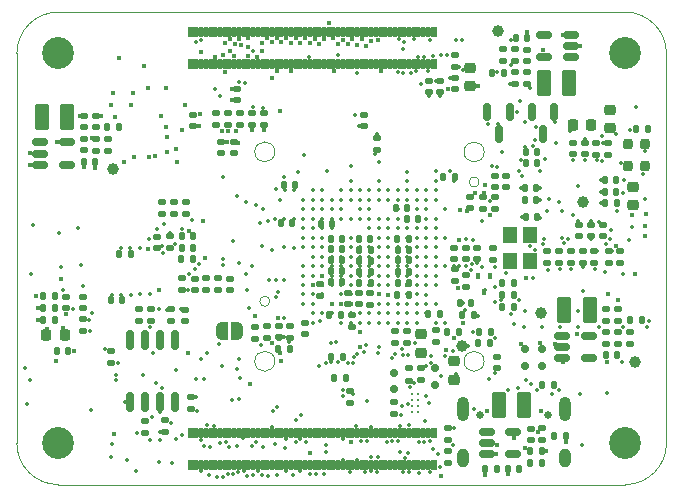
<source format=gbs>
G04 #@! TF.GenerationSoftware,KiCad,Pcbnew,9.0.1+dfsg-1*
G04 #@! TF.CreationDate,2025-07-10T12:54:24+02:00*
G04 #@! TF.ProjectId,ulx5m-gs,756c7835-6d2d-4677-932e-6b696361645f,rev?*
G04 #@! TF.SameCoordinates,Original*
G04 #@! TF.FileFunction,Soldermask,Bot*
G04 #@! TF.FilePolarity,Negative*
%FSLAX46Y46*%
G04 Gerber Fmt 4.6, Leading zero omitted, Abs format (unit mm)*
G04 Created by KiCad (PCBNEW 9.0.1+dfsg-1) date 2025-07-10 12:54:24*
%MOMM*%
%LPD*%
G01*
G04 APERTURE LIST*
G04 Aperture macros list*
%AMRoundRect*
0 Rectangle with rounded corners*
0 $1 Rounding radius*
0 $2 $3 $4 $5 $6 $7 $8 $9 X,Y pos of 4 corners*
0 Add a 4 corners polygon primitive as box body*
4,1,4,$2,$3,$4,$5,$6,$7,$8,$9,$2,$3,0*
0 Add four circle primitives for the rounded corners*
1,1,$1+$1,$2,$3*
1,1,$1+$1,$4,$5*
1,1,$1+$1,$6,$7*
1,1,$1+$1,$8,$9*
0 Add four rect primitives between the rounded corners*
20,1,$1+$1,$2,$3,$4,$5,0*
20,1,$1+$1,$4,$5,$6,$7,0*
20,1,$1+$1,$6,$7,$8,$9,0*
20,1,$1+$1,$8,$9,$2,$3,0*%
%AMFreePoly0*
4,1,23,0.500000,-0.750000,0.000000,-0.750000,0.000000,-0.745722,-0.065263,-0.745722,-0.191342,-0.711940,-0.304381,-0.646677,-0.396677,-0.554381,-0.461940,-0.441342,-0.495722,-0.315263,-0.495722,-0.250000,-0.500000,-0.250000,-0.500000,0.250000,-0.495722,0.250000,-0.495722,0.315263,-0.461940,0.441342,-0.396677,0.554381,-0.304381,0.646677,-0.191342,0.711940,-0.065263,0.745722,0.000000,0.745722,
0.000000,0.750000,0.500000,0.750000,0.500000,-0.750000,0.500000,-0.750000,$1*%
%AMFreePoly1*
4,1,23,0.000000,0.745722,0.065263,0.745722,0.191342,0.711940,0.304381,0.646677,0.396677,0.554381,0.461940,0.441342,0.495722,0.315263,0.495722,0.250000,0.500000,0.250000,0.500000,-0.250000,0.495722,-0.250000,0.495722,-0.315263,0.461940,-0.441342,0.396677,-0.554381,0.304381,-0.646677,0.191342,-0.711940,0.065263,-0.745722,0.000000,-0.745722,0.000000,-0.750000,-0.500000,-0.750000,
-0.500000,0.750000,0.000000,0.750000,0.000000,0.745722,0.000000,0.745722,$1*%
G04 Aperture macros list end*
%ADD10C,2.700000*%
%ADD11C,0.650000*%
%ADD12O,1.000000X1.600000*%
%ADD13O,1.000000X2.100000*%
%ADD14RoundRect,0.135000X0.135000X0.185000X-0.135000X0.185000X-0.135000X-0.185000X0.135000X-0.185000X0*%
%ADD15RoundRect,0.140000X-0.140000X-0.170000X0.140000X-0.170000X0.140000X0.170000X-0.140000X0.170000X0*%
%ADD16RoundRect,0.140000X0.140000X0.170000X-0.140000X0.170000X-0.140000X-0.170000X0.140000X-0.170000X0*%
%ADD17RoundRect,0.140000X-0.170000X0.140000X-0.170000X-0.140000X0.170000X-0.140000X0.170000X0.140000X0*%
%ADD18RoundRect,0.140000X0.170000X-0.140000X0.170000X0.140000X-0.170000X0.140000X-0.170000X-0.140000X0*%
%ADD19RoundRect,0.135000X0.185000X-0.135000X0.185000X0.135000X-0.185000X0.135000X-0.185000X-0.135000X0*%
%ADD20RoundRect,0.135000X-0.135000X-0.185000X0.135000X-0.185000X0.135000X0.185000X-0.135000X0.185000X0*%
%ADD21RoundRect,0.150000X0.200000X-0.150000X0.200000X0.150000X-0.200000X0.150000X-0.200000X-0.150000X0*%
%ADD22RoundRect,0.218750X-0.256250X0.218750X-0.256250X-0.218750X0.256250X-0.218750X0.256250X0.218750X0*%
%ADD23RoundRect,0.250000X-0.375000X-0.850000X0.375000X-0.850000X0.375000X0.850000X-0.375000X0.850000X0*%
%ADD24RoundRect,0.135000X-0.185000X0.135000X-0.185000X-0.135000X0.185000X-0.135000X0.185000X0.135000X0*%
%ADD25FreePoly0,0.000000*%
%ADD26FreePoly1,0.000000*%
%ADD27C,1.000000*%
%ADD28RoundRect,0.102000X0.115000X0.330000X-0.115000X0.330000X-0.115000X-0.330000X0.115000X-0.330000X0*%
%ADD29RoundRect,0.102000X0.175000X0.330000X-0.175000X0.330000X-0.175000X-0.330000X0.175000X-0.330000X0*%
%ADD30RoundRect,0.150000X-0.200000X0.150000X-0.200000X-0.150000X0.200000X-0.150000X0.200000X0.150000X0*%
%ADD31RoundRect,0.218750X0.256250X-0.218750X0.256250X0.218750X-0.256250X0.218750X-0.256250X-0.218750X0*%
%ADD32C,0.226000*%
%ADD33RoundRect,0.150000X-0.512500X-0.150000X0.512500X-0.150000X0.512500X0.150000X-0.512500X0.150000X0*%
%ADD34RoundRect,0.150000X0.512500X0.150000X-0.512500X0.150000X-0.512500X-0.150000X0.512500X-0.150000X0*%
%ADD35RoundRect,0.218750X-0.218750X-0.256250X0.218750X-0.256250X0.218750X0.256250X-0.218750X0.256250X0*%
%ADD36RoundRect,0.150000X-0.150000X0.587500X-0.150000X-0.587500X0.150000X-0.587500X0.150000X0.587500X0*%
%ADD37RoundRect,0.150000X0.150000X-0.675000X0.150000X0.675000X-0.150000X0.675000X-0.150000X-0.675000X0*%
%ADD38RoundRect,0.225000X-0.225000X-0.250000X0.225000X-0.250000X0.225000X0.250000X-0.225000X0.250000X0*%
%ADD39RoundRect,0.225000X0.250000X-0.225000X0.250000X0.225000X-0.250000X0.225000X-0.250000X-0.225000X0*%
%ADD40R,1.200000X1.400000*%
%ADD41RoundRect,0.250000X0.375000X0.850000X-0.375000X0.850000X-0.375000X-0.850000X0.375000X-0.850000X0*%
%ADD42RoundRect,0.100000X0.100000X-0.155000X0.100000X0.155000X-0.100000X0.155000X-0.100000X-0.155000X0*%
%ADD43RoundRect,0.200000X0.200000X0.250000X-0.200000X0.250000X-0.200000X-0.250000X0.200000X-0.250000X0*%
%ADD44C,0.420000*%
%ADD45C,0.450000*%
%ADD46C,0.350000*%
%ADD47C,0.400000*%
G04 #@! TA.AperFunction,Profile*
%ADD48C,0.100000*%
G04 #@! TD*
G04 APERTURE END LIST*
D10*
X62710000Y-93980000D03*
X110710000Y-60980000D03*
D11*
X98410000Y-91618750D03*
X104190000Y-91618750D03*
D12*
X96982000Y-95268750D03*
D13*
X96982000Y-91088750D03*
X105618000Y-91088750D03*
D12*
X105618000Y-95268750D03*
D10*
X110710000Y-93980000D03*
X62710000Y-60980000D03*
D14*
X100430000Y-62620000D03*
X99410000Y-62620000D03*
D15*
X84970000Y-75410000D03*
X85930000Y-75410000D03*
X88210000Y-77610000D03*
X89170000Y-77610000D03*
X91440000Y-77580000D03*
X92400000Y-77580000D03*
D16*
X96610000Y-84550000D03*
X95650000Y-84550000D03*
D17*
X96240000Y-77430000D03*
X96240000Y-78390000D03*
D18*
X110090000Y-83600000D03*
X110090000Y-82640000D03*
D19*
X110310000Y-78700000D03*
X110310000Y-77680000D03*
D20*
X111080000Y-83570000D03*
X112100000Y-83570000D03*
D18*
X73460000Y-83620000D03*
X73460000Y-82660000D03*
X99660000Y-74110000D03*
X99660000Y-73150000D03*
D21*
X94620000Y-87640000D03*
X94620000Y-89040000D03*
D17*
X94670000Y-84410000D03*
X94670000Y-85370000D03*
D20*
X85800000Y-86680000D03*
X86820000Y-86680000D03*
D22*
X109440000Y-65730000D03*
X109440000Y-67305000D03*
D15*
X88210000Y-79460000D03*
X89170000Y-79460000D03*
D17*
X89670000Y-68160000D03*
X89670000Y-69120000D03*
D19*
X95700000Y-95670000D03*
X95700000Y-94650000D03*
D15*
X67140000Y-81840000D03*
X68100000Y-81840000D03*
D19*
X73990000Y-91120000D03*
X73990000Y-90100000D03*
D18*
X95070000Y-64250000D03*
X95070000Y-63290000D03*
X77230000Y-81000000D03*
X77230000Y-80040000D03*
D17*
X64920000Y-68200000D03*
X64920000Y-69160000D03*
D16*
X92270000Y-74040000D03*
X91310000Y-74040000D03*
D17*
X107285000Y-68570000D03*
X107285000Y-69530000D03*
D19*
X103700000Y-93720000D03*
X103700000Y-92700000D03*
D20*
X100270000Y-80410000D03*
X101290000Y-80410000D03*
D16*
X109970000Y-71720000D03*
X109010000Y-71720000D03*
D23*
X105545000Y-82690000D03*
X107695000Y-82690000D03*
D15*
X102680000Y-94680000D03*
X103640000Y-94680000D03*
D24*
X79410000Y-84110000D03*
X79410000Y-85130000D03*
D20*
X100300000Y-82440000D03*
X101320000Y-82440000D03*
D25*
X76580000Y-84510000D03*
D26*
X77880000Y-84510000D03*
D16*
X97650000Y-82150000D03*
X96690000Y-82150000D03*
D17*
X106295000Y-68570000D03*
X106295000Y-69530000D03*
D18*
X77610000Y-69410000D03*
X77610000Y-68450000D03*
D17*
X80400000Y-84070000D03*
X80400000Y-85030000D03*
D15*
X91440000Y-80440000D03*
X92400000Y-80440000D03*
D19*
X80140000Y-67010000D03*
X80140000Y-65990000D03*
D18*
X97540000Y-74060000D03*
X97540000Y-73100000D03*
X96270000Y-80220000D03*
X96270000Y-79260000D03*
D27*
X107130000Y-73590000D03*
D18*
X88590000Y-67160000D03*
X88590000Y-66200000D03*
D15*
X91440000Y-79460000D03*
X92400000Y-79460000D03*
D18*
X65880000Y-67220000D03*
X65880000Y-66260000D03*
D24*
X72230000Y-82610000D03*
X72230000Y-83630000D03*
D18*
X106835000Y-76430000D03*
X106835000Y-75470000D03*
X74300000Y-81000000D03*
X74300000Y-80040000D03*
D17*
X92210000Y-84500000D03*
X92210000Y-85460000D03*
D20*
X104685000Y-93380000D03*
X105705000Y-93380000D03*
D16*
X102410000Y-59640000D03*
X101450000Y-59640000D03*
X109970000Y-72690000D03*
X109010000Y-72690000D03*
D19*
X65910000Y-69210000D03*
X65910000Y-68190000D03*
D17*
X101410000Y-62590000D03*
X101410000Y-63550000D03*
D28*
X94010000Y-93125000D03*
X94010000Y-95835000D03*
X93610000Y-93125000D03*
X93610000Y-95835000D03*
X93210000Y-93125000D03*
X93210000Y-95835000D03*
X92810000Y-93125000D03*
X92810000Y-95835000D03*
X92410000Y-93125000D03*
X92410000Y-95835000D03*
X92010000Y-93125000D03*
X92010000Y-95835000D03*
X91610000Y-93125000D03*
X91610000Y-95835000D03*
X91210000Y-93125000D03*
X91210000Y-95835000D03*
X90810000Y-93125000D03*
X90810000Y-95835000D03*
X90410000Y-93125000D03*
X90410000Y-95835000D03*
X90010000Y-93125000D03*
X90010000Y-95835000D03*
X89610000Y-93125000D03*
X89610000Y-95835000D03*
X89210000Y-93125000D03*
X89210000Y-95835000D03*
X88810000Y-93125000D03*
X88810000Y-95835000D03*
X88410000Y-93125000D03*
X88410000Y-95835000D03*
X88010000Y-93125000D03*
X88010000Y-95835000D03*
X87610000Y-93125000D03*
X87610000Y-95835000D03*
X87210000Y-93125000D03*
X87210000Y-95835000D03*
X86810000Y-93125000D03*
X86810000Y-95835000D03*
X86410000Y-93125000D03*
X86410000Y-95835000D03*
X86010000Y-93125000D03*
X86010000Y-95835000D03*
X85610000Y-93125000D03*
X85610000Y-95835000D03*
X85210000Y-93125000D03*
X85210000Y-95835000D03*
X84810000Y-93125000D03*
X84810000Y-95835000D03*
X84410000Y-93125000D03*
X84410000Y-95835000D03*
X84010000Y-93125000D03*
X84010000Y-95835000D03*
X83610000Y-93125000D03*
X83610000Y-95835000D03*
X83210000Y-93125000D03*
X83210000Y-95835000D03*
X82810000Y-93125000D03*
X82810000Y-95835000D03*
X82410000Y-93125000D03*
X82410000Y-95835000D03*
X82010000Y-93125000D03*
X82010000Y-95835000D03*
X81610000Y-93125000D03*
X81610000Y-95835000D03*
X81210000Y-93125000D03*
X81210000Y-95835000D03*
X80810000Y-93125000D03*
X80810000Y-95835000D03*
X80410000Y-93125000D03*
X80410000Y-95835000D03*
X80010000Y-93125000D03*
X80010000Y-95835000D03*
X79610000Y-93125000D03*
X79610000Y-95835000D03*
X79210000Y-93125000D03*
X79210000Y-95835000D03*
X78810000Y-93125000D03*
X78810000Y-95835000D03*
X78410000Y-93125000D03*
X78410000Y-95835000D03*
X78010000Y-93125000D03*
X78010000Y-95835000D03*
X77610000Y-93125000D03*
X77610000Y-95835000D03*
X77210000Y-93125000D03*
X77210000Y-95835000D03*
X76810000Y-93125000D03*
X76810000Y-95835000D03*
X76410000Y-93125000D03*
X76410000Y-95835000D03*
X76010000Y-93125000D03*
X76010000Y-95835000D03*
X75610000Y-93125000D03*
X75610000Y-95835000D03*
X75210000Y-93125000D03*
X75210000Y-95835000D03*
X74810000Y-93125000D03*
X74810000Y-95835000D03*
X74410000Y-93125000D03*
X74410000Y-95835000D03*
D29*
X94485000Y-93125000D03*
X94485000Y-95835000D03*
X73935000Y-93125000D03*
X73935000Y-95835000D03*
D15*
X88210000Y-78540000D03*
X89170000Y-78540000D03*
D18*
X102380000Y-61610000D03*
X102380000Y-60650000D03*
D17*
X70560000Y-82650000D03*
X70560000Y-83610000D03*
X109275000Y-68580000D03*
X109275000Y-69540000D03*
D14*
X62440000Y-82540000D03*
X61420000Y-82540000D03*
D24*
X66920000Y-68190000D03*
X66920000Y-69210000D03*
D30*
X103650000Y-87417500D03*
X103650000Y-86017500D03*
D24*
X111130000Y-84570000D03*
X111130000Y-85590000D03*
D18*
X67200000Y-87150000D03*
X67200000Y-86190000D03*
X100630000Y-72280000D03*
X100630000Y-71320000D03*
D17*
X77820000Y-64000000D03*
X77820000Y-64960000D03*
D31*
X93420000Y-86347500D03*
X93420000Y-84772500D03*
D18*
X88210000Y-82230000D03*
X88210000Y-81270000D03*
D20*
X85610000Y-83130000D03*
X86630000Y-83130000D03*
D14*
X103692500Y-95690000D03*
X102672500Y-95690000D03*
X62440000Y-81530000D03*
X61420000Y-81530000D03*
D17*
X96270000Y-61150000D03*
X96270000Y-62110000D03*
D18*
X83600000Y-84770000D03*
X83600000Y-83810000D03*
X76230000Y-80990000D03*
X76230000Y-80030000D03*
D31*
X111365000Y-73837500D03*
X111365000Y-72262500D03*
D18*
X89150000Y-82240000D03*
X89150000Y-81280000D03*
D23*
X100002500Y-90770000D03*
X102152500Y-90770000D03*
D16*
X86760000Y-80340000D03*
X85800000Y-80340000D03*
D24*
X92380000Y-87650000D03*
X92380000Y-88670000D03*
D19*
X91110000Y-91530000D03*
X91110000Y-90510000D03*
D23*
X61340000Y-66320000D03*
X63490000Y-66320000D03*
D14*
X82340000Y-86000000D03*
X81320000Y-86000000D03*
D15*
X88180000Y-76690000D03*
X89140000Y-76690000D03*
D31*
X96180000Y-88617500D03*
X96180000Y-87042500D03*
D18*
X108795000Y-76430000D03*
X108795000Y-75470000D03*
D32*
X92660000Y-91350000D03*
X93160000Y-91350000D03*
X92660000Y-90850000D03*
X93160000Y-90850000D03*
X92660000Y-90350000D03*
X93160000Y-90350000D03*
X92660000Y-89850000D03*
X93160000Y-89850000D03*
D16*
X112608750Y-67390000D03*
X111648750Y-67390000D03*
D33*
X98972500Y-94920000D03*
X98972500Y-93970000D03*
X98972500Y-93020000D03*
X101247500Y-93020000D03*
X101247500Y-94920000D03*
D30*
X102200000Y-87407500D03*
X102200000Y-86007500D03*
D14*
X62440000Y-83550000D03*
X61420000Y-83550000D03*
D18*
X94080000Y-64250000D03*
X94080000Y-63290000D03*
D27*
X99940000Y-59120000D03*
D16*
X101270000Y-81390000D03*
X100310000Y-81390000D03*
D24*
X106110000Y-77680000D03*
X106110000Y-78700000D03*
X87590000Y-83140000D03*
X87590000Y-84160000D03*
D34*
X106107500Y-59400000D03*
X106107500Y-60350000D03*
X106107500Y-61300000D03*
X103832500Y-61300000D03*
X103832500Y-59400000D03*
D17*
X91250000Y-84500000D03*
X91250000Y-85460000D03*
D19*
X109320000Y-78710000D03*
X109320000Y-77690000D03*
D18*
X109110000Y-83600000D03*
X109110000Y-82640000D03*
D16*
X86760000Y-77570000D03*
X85800000Y-77570000D03*
D19*
X93390000Y-88660000D03*
X93390000Y-87640000D03*
D15*
X91430000Y-76660000D03*
X92390000Y-76660000D03*
D16*
X86770000Y-76650000D03*
X85810000Y-76650000D03*
D18*
X96290000Y-64000000D03*
X96290000Y-63040000D03*
D15*
X102235000Y-73360000D03*
X103195000Y-73360000D03*
D33*
X105400000Y-86790000D03*
X105400000Y-85840000D03*
X105400000Y-84890000D03*
X107675000Y-84890000D03*
X107675000Y-86790000D03*
D19*
X70070000Y-93110000D03*
X70070000Y-92090000D03*
D24*
X69560000Y-82610000D03*
X69560000Y-83630000D03*
D16*
X99832500Y-96180000D03*
X98872500Y-96180000D03*
D14*
X95070000Y-83060000D03*
X94050000Y-83060000D03*
D35*
X106272500Y-67060000D03*
X107847500Y-67060000D03*
D17*
X102702500Y-92750000D03*
X102702500Y-93710000D03*
D15*
X102235000Y-72360000D03*
X103195000Y-72360000D03*
D14*
X99350000Y-84530000D03*
X98330000Y-84530000D03*
D27*
X96910000Y-85730000D03*
D15*
X91440000Y-78500000D03*
X92400000Y-78500000D03*
D16*
X82750000Y-72120000D03*
X81790000Y-72120000D03*
D18*
X64900000Y-67220000D03*
X64900000Y-66260000D03*
D36*
X102810000Y-65902500D03*
X104710000Y-65902500D03*
X103760000Y-67777500D03*
D18*
X72160000Y-77410000D03*
X72160000Y-76450000D03*
D24*
X101390000Y-60600000D03*
X101390000Y-61620000D03*
D36*
X99050000Y-65962500D03*
X100950000Y-65962500D03*
X100000000Y-67837500D03*
D19*
X98670000Y-74120000D03*
X98670000Y-73100000D03*
D24*
X107110000Y-77680000D03*
X107110000Y-78700000D03*
D37*
X72620000Y-90460000D03*
X71350000Y-90460000D03*
X70080000Y-90460000D03*
X68810000Y-90460000D03*
X68810000Y-85210000D03*
X70080000Y-85210000D03*
X71350000Y-85210000D03*
X72620000Y-85210000D03*
D15*
X102315000Y-69290000D03*
X103275000Y-69290000D03*
D16*
X86760000Y-78490000D03*
X85800000Y-78490000D03*
X96280000Y-71430000D03*
X95320000Y-71430000D03*
D17*
X64830000Y-83500000D03*
X64830000Y-84460000D03*
D19*
X75230000Y-81020000D03*
X75230000Y-80000000D03*
D16*
X68850000Y-77960000D03*
X67890000Y-77960000D03*
D38*
X61710000Y-84820000D03*
X63260000Y-84820000D03*
D16*
X63560000Y-86130000D03*
X62600000Y-86130000D03*
D15*
X102315000Y-70290000D03*
X103275000Y-70290000D03*
D18*
X74140000Y-67120000D03*
X74140000Y-66160000D03*
D24*
X99560000Y-77420000D03*
X99560000Y-78440000D03*
D19*
X87410000Y-90540000D03*
X87410000Y-89520000D03*
D20*
X86060000Y-88480000D03*
X87080000Y-88480000D03*
D18*
X63360000Y-82550000D03*
X63360000Y-81590000D03*
D15*
X92230000Y-75010000D03*
X93190000Y-75010000D03*
D14*
X97890000Y-83130000D03*
X96870000Y-83130000D03*
D19*
X78130000Y-67020000D03*
X78130000Y-66000000D03*
D17*
X99870000Y-86650000D03*
X99870000Y-87610000D03*
D15*
X102305000Y-74820000D03*
X103265000Y-74820000D03*
D24*
X105110000Y-77690000D03*
X105110000Y-78710000D03*
D39*
X97550000Y-63725000D03*
X97550000Y-62175000D03*
D18*
X64830000Y-82540000D03*
X64830000Y-81580000D03*
D19*
X100380000Y-61620000D03*
X100380000Y-60600000D03*
D40*
X102650000Y-76330000D03*
X102650000Y-78530000D03*
X100950000Y-78530000D03*
X100950000Y-76330000D03*
D14*
X99240000Y-85520000D03*
X98220000Y-85520000D03*
D19*
X110120000Y-85590000D03*
X110120000Y-84570000D03*
D28*
X94010000Y-59125000D03*
X94010000Y-61835000D03*
X93610000Y-59125000D03*
X93610000Y-61835000D03*
X93210000Y-59125000D03*
X93210000Y-61835000D03*
X92810000Y-59125000D03*
X92810000Y-61835000D03*
X92410000Y-59125000D03*
X92410000Y-61835000D03*
X92010000Y-59125000D03*
X92010000Y-61835000D03*
X91610000Y-59125000D03*
X91610000Y-61835000D03*
X91210000Y-59125000D03*
X91210000Y-61835000D03*
X90810000Y-59125000D03*
X90810000Y-61835000D03*
X90410000Y-59125000D03*
X90410000Y-61835000D03*
X90010000Y-59125000D03*
X90010000Y-61835000D03*
X89610000Y-59125000D03*
X89610000Y-61835000D03*
X89210000Y-59125000D03*
X89210000Y-61835000D03*
X88810000Y-59125000D03*
X88810000Y-61835000D03*
X88410000Y-59125000D03*
X88410000Y-61835000D03*
X88010000Y-59125000D03*
X88010000Y-61835000D03*
X87610000Y-59125000D03*
X87610000Y-61835000D03*
X87210000Y-59125000D03*
X87210000Y-61835000D03*
X86810000Y-59125000D03*
X86810000Y-61835000D03*
X86410000Y-59125000D03*
X86410000Y-61835000D03*
X86010000Y-59125000D03*
X86010000Y-61835000D03*
X85610000Y-59125000D03*
X85610000Y-61835000D03*
X85210000Y-59125000D03*
X85210000Y-61835000D03*
X84810000Y-59125000D03*
X84810000Y-61835000D03*
X84410000Y-59125000D03*
X84410000Y-61835000D03*
X84010000Y-59125000D03*
X84010000Y-61835000D03*
X83610000Y-59125000D03*
X83610000Y-61835000D03*
X83210000Y-59125000D03*
X83210000Y-61835000D03*
X82810000Y-59125000D03*
X82810000Y-61835000D03*
X82410000Y-59125000D03*
X82410000Y-61835000D03*
X82010000Y-59125000D03*
X82010000Y-61835000D03*
X81610000Y-59125000D03*
X81610000Y-61835000D03*
X81210000Y-59125000D03*
X81210000Y-61835000D03*
X80810000Y-59125000D03*
X80810000Y-61835000D03*
X80410000Y-59125000D03*
X80410000Y-61835000D03*
X80010000Y-59125000D03*
X80010000Y-61835000D03*
X79610000Y-59125000D03*
X79610000Y-61835000D03*
X79210000Y-59125000D03*
X79210000Y-61835000D03*
X78810000Y-59125000D03*
X78810000Y-61835000D03*
X78410000Y-59125000D03*
X78410000Y-61835000D03*
X78010000Y-59125000D03*
X78010000Y-61835000D03*
X77610000Y-59125000D03*
X77610000Y-61835000D03*
X77210000Y-59125000D03*
X77210000Y-61835000D03*
X76810000Y-59125000D03*
X76810000Y-61835000D03*
X76410000Y-59125000D03*
X76410000Y-61835000D03*
X76010000Y-59125000D03*
X76010000Y-61835000D03*
X75610000Y-59125000D03*
X75610000Y-61835000D03*
X75210000Y-59125000D03*
X75210000Y-61835000D03*
X74810000Y-59125000D03*
X74810000Y-61835000D03*
X74410000Y-59125000D03*
X74410000Y-61835000D03*
D29*
X94485000Y-59125000D03*
X94485000Y-61835000D03*
X73935000Y-59125000D03*
X73935000Y-61835000D03*
D41*
X105955000Y-63490000D03*
X103805000Y-63490000D03*
D17*
X109130000Y-84580000D03*
X109130000Y-85540000D03*
D18*
X99650000Y-72280000D03*
X99650000Y-71320000D03*
X87250000Y-82200000D03*
X87250000Y-81240000D03*
D24*
X76110000Y-66010000D03*
X76110000Y-67030000D03*
D17*
X97220000Y-77430000D03*
X97220000Y-78390000D03*
D42*
X98280000Y-79845000D03*
X99280000Y-79845000D03*
X98780000Y-81135000D03*
D19*
X79130000Y-67010000D03*
X79130000Y-65990000D03*
D20*
X66870000Y-67190000D03*
X67890000Y-67190000D03*
D15*
X88210000Y-80380000D03*
X89170000Y-80380000D03*
D30*
X91140000Y-89420000D03*
X91140000Y-88020000D03*
D27*
X103620000Y-82940000D03*
D24*
X71500000Y-73580000D03*
X71500000Y-74600000D03*
D15*
X109100000Y-86550000D03*
X110060000Y-86550000D03*
D17*
X102400000Y-62590000D03*
X102400000Y-63550000D03*
X98200000Y-77430000D03*
X98200000Y-78390000D03*
D19*
X73510000Y-74600000D03*
X73510000Y-73580000D03*
D16*
X86760000Y-79420000D03*
X85800000Y-79420000D03*
D43*
X112383750Y-68635000D03*
X112383750Y-70485000D03*
X110933750Y-70485000D03*
X110933750Y-68635000D03*
D18*
X76510000Y-69410000D03*
X76510000Y-68450000D03*
D16*
X109980000Y-73660000D03*
X109020000Y-73660000D03*
D18*
X71050000Y-77450000D03*
X71050000Y-76490000D03*
D17*
X108285000Y-68580000D03*
X108285000Y-69540000D03*
D19*
X108110000Y-78700000D03*
X108110000Y-77680000D03*
D24*
X71790000Y-92050000D03*
X71790000Y-93070000D03*
X104110000Y-77690000D03*
X104110000Y-78710000D03*
D18*
X73180000Y-80990000D03*
X73180000Y-80030000D03*
D17*
X82360000Y-84070000D03*
X82360000Y-85030000D03*
D19*
X95730000Y-93730000D03*
X95730000Y-92710000D03*
D33*
X61190000Y-70410000D03*
X61190000Y-69460000D03*
X61190000Y-68510000D03*
X63465000Y-68510000D03*
X63465000Y-70410000D03*
D27*
X67335000Y-70730000D03*
D16*
X82510000Y-75320000D03*
X81550000Y-75320000D03*
X92390000Y-81430000D03*
X91430000Y-81430000D03*
X74140000Y-76470000D03*
X73180000Y-76470000D03*
D18*
X107815000Y-76430000D03*
X107815000Y-75470000D03*
D14*
X104670000Y-89070000D03*
X103650000Y-89070000D03*
D17*
X84860000Y-80540000D03*
X84860000Y-81500000D03*
D16*
X74150000Y-77450000D03*
X73190000Y-77450000D03*
X74100000Y-78410000D03*
X73140000Y-78410000D03*
D15*
X64890000Y-70170000D03*
X65850000Y-70170000D03*
D27*
X111570000Y-87070000D03*
D24*
X97260000Y-79730000D03*
X97260000Y-80750000D03*
D19*
X72500000Y-74610000D03*
X72500000Y-73590000D03*
X77110000Y-67030000D03*
X77110000Y-66010000D03*
D16*
X101732500Y-96190000D03*
X100772500Y-96190000D03*
D17*
X81380000Y-84060000D03*
X81380000Y-85020000D03*
D44*
X77230000Y-59720000D03*
D45*
X99740000Y-94890000D03*
D44*
X78150000Y-60230000D03*
D45*
X101280000Y-93500000D03*
X103590000Y-91240000D03*
X70365000Y-69735000D03*
D44*
X77660000Y-60170000D03*
X78810000Y-59700000D03*
X76820000Y-60080000D03*
D45*
X72685000Y-69055000D03*
X102390000Y-59180000D03*
X105430000Y-87130000D03*
X106610000Y-84760000D03*
X60280000Y-70430000D03*
X70945000Y-69635000D03*
X72775000Y-70160000D03*
X62650000Y-68490000D03*
X105410000Y-59410000D03*
X102240000Y-94350000D03*
D44*
X78030000Y-59760000D03*
D45*
X109160000Y-87120000D03*
X99000000Y-91230000D03*
X64900000Y-70610000D03*
X103750000Y-60710000D03*
D46*
X92260000Y-78980000D03*
D45*
X64520000Y-66290000D03*
D46*
X77060000Y-96560000D03*
D45*
X109300000Y-81340000D03*
D46*
X105111250Y-73551250D03*
D45*
X103470000Y-85520000D03*
D46*
X87460000Y-80580000D03*
X80524601Y-80180240D03*
X89060000Y-78180000D03*
X90660000Y-79780000D03*
X91460000Y-75780000D03*
X87460000Y-76580000D03*
X95470000Y-86620000D03*
D45*
X100760000Y-96600000D03*
D46*
X90660000Y-78980000D03*
D45*
X104780000Y-85590000D03*
D46*
X68370000Y-90490000D03*
X87870000Y-66180000D03*
D45*
X70005000Y-62025000D03*
D46*
X83980000Y-61250000D03*
X68020000Y-77480000D03*
D45*
X75130000Y-78310000D03*
D46*
X96980000Y-82150000D03*
X72350000Y-95660000D03*
X87460000Y-77380000D03*
X97860000Y-76800000D03*
D45*
X71795000Y-63865000D03*
D46*
X105200000Y-84130000D03*
X91570000Y-59740000D03*
X81060000Y-74980000D03*
X87460000Y-79780000D03*
X101310000Y-83890000D03*
D45*
X81380000Y-85140000D03*
D46*
X107060000Y-94120000D03*
D45*
X63080000Y-84210000D03*
D46*
X94220000Y-59850000D03*
X84915000Y-83635000D03*
X86810000Y-89460000D03*
X92360000Y-86540000D03*
X110120000Y-84570000D03*
X92260000Y-78180000D03*
X101020000Y-61970000D03*
D44*
X77910000Y-68590000D03*
D46*
X68040000Y-81390000D03*
X97020000Y-62410000D03*
D45*
X80830000Y-85520000D03*
D46*
X88860000Y-90410000D03*
X86260000Y-85380000D03*
X90660000Y-76580000D03*
X91610000Y-92520000D03*
X99410000Y-70540000D03*
X64410000Y-75790000D03*
X72190000Y-76160000D03*
X100220000Y-81820000D03*
X93760000Y-92070000D03*
X62800000Y-76190000D03*
D45*
X65830000Y-70640000D03*
D46*
X71360000Y-93050000D03*
X92950000Y-85510000D03*
X73220000Y-75880000D03*
X81990000Y-93590000D03*
X88260000Y-74980000D03*
X81860000Y-84980000D03*
X103070000Y-77660000D03*
X92050000Y-95220000D03*
X69650000Y-81380000D03*
X86660000Y-81380000D03*
X107275000Y-69980000D03*
X78430000Y-96330000D03*
X96610000Y-62140000D03*
X79430000Y-93850000D03*
X63080000Y-81020000D03*
D44*
X85600000Y-58360000D03*
D46*
X65510000Y-91140000D03*
X92440000Y-92460000D03*
X105322500Y-76630000D03*
X104260000Y-73310000D03*
D44*
X74800000Y-60870000D03*
D46*
X103485000Y-73390000D03*
X104540000Y-89800000D03*
X76950000Y-93850000D03*
X99820000Y-70630000D03*
X85230000Y-96550000D03*
X89490000Y-69510000D03*
X98200000Y-78730000D03*
X85860000Y-77380000D03*
X106310000Y-74680000D03*
X87460000Y-78180000D03*
X85860000Y-80580000D03*
X88260000Y-81380000D03*
D45*
X73215000Y-67435000D03*
D46*
X91460000Y-81380000D03*
X89060000Y-79780000D03*
X90660000Y-82980000D03*
X94000000Y-62460000D03*
D45*
X103330000Y-93000000D03*
D46*
X108655000Y-72690000D03*
X85860000Y-78180000D03*
X95910000Y-63030000D03*
X108665000Y-71710000D03*
X74250000Y-79270000D03*
X91460000Y-74180000D03*
X89060000Y-76580000D03*
X87970000Y-62650000D03*
X95850000Y-70930000D03*
X89860000Y-70180000D03*
X92260000Y-76580000D03*
D45*
X96660000Y-76810000D03*
D44*
X79580000Y-61240000D03*
D46*
X81859990Y-74980000D03*
X82260000Y-85380000D03*
X85860000Y-75780000D03*
X94730000Y-63280000D03*
D44*
X82420000Y-62450000D03*
X81200000Y-62450000D03*
D46*
X94660000Y-71780000D03*
X96259992Y-78980000D03*
X96660000Y-78980000D03*
D45*
X110080000Y-81840000D03*
D46*
X81889817Y-72581197D03*
X112520000Y-84120000D03*
X93460000Y-63560000D03*
X108295000Y-69990000D03*
X110430000Y-87130000D03*
X83210000Y-96340000D03*
X111125000Y-67493240D03*
D45*
X96210000Y-85110000D03*
D46*
X78390000Y-93560000D03*
D45*
X70295000Y-63865000D03*
D46*
X109611760Y-77683002D03*
X85860000Y-78980000D03*
X104067500Y-74337500D03*
X111610000Y-65540000D03*
X105090000Y-89450000D03*
X71270000Y-95610000D03*
X88000000Y-95380000D03*
X107815000Y-75180000D03*
X88260000Y-74180000D03*
X108530000Y-84150000D03*
X94660000Y-79780000D03*
X89060000Y-74180000D03*
X69630000Y-77470000D03*
X82610000Y-96690000D03*
X102890000Y-68780000D03*
X108765000Y-70120000D03*
D44*
X74710000Y-66120000D03*
D46*
X66660000Y-85990000D03*
D45*
X88260000Y-85820000D03*
D46*
X81800000Y-71410000D03*
X76450000Y-93960000D03*
X71480000Y-89340000D03*
D44*
X87610000Y-59770000D03*
D46*
X89180000Y-92600000D03*
X80810000Y-92620000D03*
X89060000Y-74980000D03*
X102660000Y-63870000D03*
X89060000Y-77380000D03*
X99270000Y-73460000D03*
X81860000Y-80180000D03*
D47*
X92280000Y-80600000D03*
D46*
X90530000Y-93850000D03*
X87920000Y-92560000D03*
D45*
X98000000Y-72820000D03*
X65610000Y-68150000D03*
D46*
X60420000Y-79660000D03*
D44*
X81220000Y-59640000D03*
D46*
X112250000Y-71150000D03*
X92270000Y-70990000D03*
X100290000Y-69290000D03*
D45*
X98860000Y-96640000D03*
D46*
X76610000Y-87430000D03*
X89060000Y-78980000D03*
X74800000Y-93730000D03*
X96160000Y-94090000D03*
X71620000Y-77890000D03*
X93850000Y-90000000D03*
X93060000Y-74980000D03*
X95460000Y-83780000D03*
D44*
X82410000Y-60060000D03*
D46*
X89700000Y-96450000D03*
D44*
X76980000Y-68450000D03*
D46*
X84050000Y-96570000D03*
X90660000Y-80580000D03*
X85860000Y-74180000D03*
X99730000Y-88030000D03*
X89210000Y-96330000D03*
X85860000Y-79780000D03*
X81860000Y-77380000D03*
D45*
X101880000Y-85570000D03*
D46*
X70420000Y-76700000D03*
X72660000Y-87760000D03*
X85860000Y-76580000D03*
X67210000Y-95130000D03*
X93270000Y-96490000D03*
X105400000Y-74290000D03*
X90660000Y-77380000D03*
X60110000Y-90660000D03*
D44*
X83610000Y-59670000D03*
D45*
X96710000Y-74210000D03*
D46*
X108480000Y-75210000D03*
X82010000Y-96350000D03*
X106910000Y-89830000D03*
X103465000Y-72340000D03*
X94660000Y-80580000D03*
D44*
X90080000Y-62470000D03*
D46*
X85060000Y-81380000D03*
X110560000Y-84120000D03*
X68550000Y-95440000D03*
X86810000Y-95410000D03*
D45*
X77390000Y-64920000D03*
D46*
X64650000Y-78880000D03*
X75470000Y-96680000D03*
D45*
X66350000Y-66310000D03*
D46*
X108331760Y-77691263D03*
D44*
X86020000Y-62470000D03*
D46*
X92810000Y-59720000D03*
D45*
X71405000Y-66275000D03*
X106900000Y-60340000D03*
D46*
X103490000Y-70950000D03*
X91460000Y-74980000D03*
X103660000Y-84120000D03*
D45*
X99820000Y-94130000D03*
D46*
X89060000Y-81380000D03*
D45*
X67365000Y-64325000D03*
D46*
X82830000Y-93870000D03*
X87480000Y-70500000D03*
X64810000Y-80690000D03*
D44*
X80000000Y-60080000D03*
D46*
X89060000Y-75780000D03*
X106700000Y-84130000D03*
X79610000Y-96340000D03*
X69310000Y-96340000D03*
X103910000Y-69950000D03*
X92260000Y-77380000D03*
X91460000Y-82980000D03*
X73140000Y-82650000D03*
X81275000Y-96665000D03*
X108635000Y-73660000D03*
X100950000Y-63590000D03*
X89060000Y-80580000D03*
X74830000Y-96360000D03*
X101060000Y-59870000D03*
X71110000Y-75870000D03*
X62920000Y-79040000D03*
X81185000Y-80180000D03*
X91470000Y-62540000D03*
X95150000Y-88250000D03*
X60600000Y-75510000D03*
X92260000Y-79780000D03*
D47*
X90640000Y-81400000D03*
D46*
X65430000Y-84460000D03*
X92300000Y-94810000D03*
D45*
X60330000Y-69440000D03*
D46*
X102107500Y-84137500D03*
D45*
X71835000Y-67205000D03*
X62530000Y-86990000D03*
D46*
X86785000Y-93635000D03*
D45*
X104010000Y-94660000D03*
D46*
X106285000Y-69980000D03*
X106730000Y-75200000D03*
D45*
X73435000Y-65305000D03*
D46*
X85860000Y-74980000D03*
X70520000Y-84100000D03*
X91810000Y-90790000D03*
X73770000Y-79670000D03*
X103523481Y-74881519D03*
X87460000Y-81380000D03*
X93020000Y-62490000D03*
X87460000Y-78980000D03*
X90660000Y-78180000D03*
X94660000Y-72580000D03*
X97910000Y-91050000D03*
X106717500Y-72167500D03*
X83210000Y-93600000D03*
D44*
X89750000Y-59870000D03*
D45*
X69155000Y-69735000D03*
X68905001Y-65337000D03*
D46*
X91460000Y-78980000D03*
X88260000Y-77380000D03*
X89670000Y-67800000D03*
X89860000Y-79780000D03*
X88260000Y-76580000D03*
D45*
X74650000Y-67130000D03*
D46*
X88260000Y-79780000D03*
X91460000Y-78180000D03*
X86660000Y-76580000D03*
X96365000Y-88135000D03*
X89860000Y-78980000D03*
X86660000Y-77380000D03*
X86660000Y-78180000D03*
X99200000Y-88520000D03*
X88260000Y-78180000D03*
D45*
X97330000Y-74280000D03*
D46*
X88200000Y-67160000D03*
X86660000Y-79780000D03*
X89860000Y-77380000D03*
X98290000Y-83190000D03*
X88260000Y-78980000D03*
X89860000Y-76580000D03*
X88260000Y-80580000D03*
D45*
X73770000Y-76050000D03*
D46*
X86660000Y-80580000D03*
X89860000Y-78180000D03*
X99170000Y-85520000D03*
X89860000Y-80580000D03*
X94080000Y-64540000D03*
X86660000Y-78980000D03*
X95060000Y-64540000D03*
X99720000Y-81990000D03*
X91460000Y-79780000D03*
X91460000Y-77380000D03*
D45*
X98830000Y-72140000D03*
X69050000Y-64290000D03*
D46*
X91460000Y-80580000D03*
X93500000Y-86250000D03*
X91460000Y-76580000D03*
X99720000Y-85110000D03*
X97170000Y-82690000D03*
X94660000Y-82180000D03*
X94660000Y-83780000D03*
X97380000Y-85790000D03*
X101740000Y-81830000D03*
X91840000Y-85980000D03*
D45*
X95520000Y-86120000D03*
D46*
X69920000Y-88190000D03*
X70670000Y-91770000D03*
X99840000Y-62540000D03*
D45*
X112450000Y-74580000D03*
X73730000Y-86310000D03*
X112410000Y-75590000D03*
X98775000Y-72805000D03*
X111275000Y-74620000D03*
D46*
X107835000Y-76720000D03*
X74440000Y-91240000D03*
X71890000Y-82660000D03*
X99060000Y-66950000D03*
D44*
X76700000Y-61070000D03*
D46*
X103720493Y-77133240D03*
X105510000Y-77070000D03*
X70740000Y-86340000D03*
X95630000Y-61150000D03*
D45*
X112410000Y-76460000D03*
D46*
X98610000Y-79040000D03*
X97620000Y-79310000D03*
X67630000Y-88190000D03*
D44*
X76800000Y-62570000D03*
D46*
X72680000Y-93620000D03*
X102010000Y-71340000D03*
X109060000Y-77110000D03*
X67570000Y-88630000D03*
D45*
X99310000Y-74630000D03*
D46*
X69350000Y-93110000D03*
D45*
X60980000Y-82540000D03*
D46*
X97260000Y-76690000D03*
D45*
X102350000Y-79950000D03*
D46*
X75060000Y-88560000D03*
X98580000Y-75180000D03*
X79850000Y-85689300D03*
X67740000Y-87150000D03*
X92260000Y-83780000D03*
X94080000Y-90540000D03*
X91725000Y-91570000D03*
D45*
X87530000Y-93870000D03*
D46*
X91680000Y-94700000D03*
X107140000Y-81100000D03*
D45*
X84010000Y-94780000D03*
D46*
X102670000Y-77260000D03*
D45*
X60820000Y-81540000D03*
D46*
X97790000Y-84540000D03*
D45*
X105690000Y-93840000D03*
D46*
X106040000Y-67530000D03*
X105835000Y-76650000D03*
D45*
X81590000Y-87000000D03*
D46*
X110060000Y-74330000D03*
X101975000Y-74850000D03*
D45*
X78920000Y-88930000D03*
D46*
X78015000Y-90255000D03*
X101935000Y-72340000D03*
X102250000Y-68890000D03*
X101926350Y-70008920D03*
X109525000Y-75940000D03*
X103835000Y-76660000D03*
X112760000Y-83610000D03*
X77960000Y-96380000D03*
X77520000Y-96590000D03*
X79210000Y-96690000D03*
X78680000Y-96740000D03*
X80450000Y-96760000D03*
X80000000Y-96660000D03*
X76660000Y-96800000D03*
X76190000Y-96830000D03*
X89780000Y-95160000D03*
X89170000Y-95160000D03*
X92390000Y-96400000D03*
X91900000Y-96430000D03*
X74390000Y-88580000D03*
X74830000Y-86860000D03*
X107305000Y-68220000D03*
X104815000Y-68570000D03*
D45*
X67205000Y-65375000D03*
X71925000Y-69330000D03*
D46*
X99690000Y-80750000D03*
X76300000Y-85590000D03*
X78060000Y-88480000D03*
X71000000Y-88890000D03*
X75310000Y-86360000D03*
X84260000Y-81380000D03*
X74390000Y-90040000D03*
X83460000Y-81380000D03*
X78010000Y-63390000D03*
X94660000Y-77380000D03*
X78560000Y-63440000D03*
X93860000Y-77380000D03*
X86630000Y-83820000D03*
D47*
X87465000Y-82175000D03*
X89060000Y-82190000D03*
D46*
X88280000Y-82190000D03*
D47*
X86670000Y-82190000D03*
X88260000Y-84580000D03*
D45*
X81450000Y-86340000D03*
X96560000Y-80820000D03*
D47*
X89875000Y-81365000D03*
D46*
X93060000Y-82980000D03*
X93060000Y-83780000D03*
X92260000Y-81380000D03*
D45*
X97000000Y-83800000D03*
D46*
X90660000Y-82180000D03*
X81250000Y-90940000D03*
X77860000Y-94180000D03*
X77130000Y-94300000D03*
X80910000Y-91250000D03*
X89860000Y-82180000D03*
X80010000Y-94310000D03*
X92260000Y-82980000D03*
X93060000Y-82180000D03*
X79160000Y-94220000D03*
X81900000Y-94420000D03*
X93060000Y-81380000D03*
X93860000Y-82180000D03*
X81040000Y-94020000D03*
X91460000Y-82180000D03*
X75520000Y-94330000D03*
X75040000Y-94210000D03*
X92260000Y-82180000D03*
X110595000Y-71680000D03*
X102265000Y-66785000D03*
X104750000Y-66760000D03*
X91940000Y-62600000D03*
X101695603Y-70928446D03*
X92550000Y-62620000D03*
X93660000Y-61240000D03*
X93180000Y-61250000D03*
X85410000Y-94105000D03*
X85410000Y-94695000D03*
X91880000Y-86480000D03*
D44*
X81590000Y-60030000D03*
D46*
X85060000Y-72580000D03*
D44*
X80410000Y-59660000D03*
X81530000Y-65860000D03*
X82820000Y-59670000D03*
D46*
X89860000Y-72580000D03*
D44*
X84010000Y-60120000D03*
D46*
X92260000Y-72580000D03*
D44*
X86010000Y-59710000D03*
X81990000Y-59690000D03*
D46*
X85860000Y-73380000D03*
D44*
X86800000Y-59800000D03*
D46*
X89060000Y-72580000D03*
D44*
X83210000Y-60070000D03*
X85220000Y-59740000D03*
D46*
X86660000Y-73380000D03*
X87459995Y-73379995D03*
D44*
X86420000Y-60180000D03*
D46*
X91460000Y-73380000D03*
X87460000Y-72580000D03*
D44*
X89220000Y-59920000D03*
X84810000Y-60170000D03*
D46*
X88260000Y-72580000D03*
X112350000Y-73270000D03*
X101820000Y-64980000D03*
X93060000Y-72580000D03*
X111300000Y-75710000D03*
X86660000Y-72580000D03*
X90660000Y-72580000D03*
X89060000Y-73380000D03*
D44*
X88020000Y-60240000D03*
X88400000Y-59750000D03*
X88800000Y-60340000D03*
D46*
X88260000Y-73380000D03*
X92260000Y-73380000D03*
X93060000Y-73380000D03*
X108970000Y-79460000D03*
X108130000Y-79250000D03*
X101590000Y-65970000D03*
X78900000Y-82500000D03*
X81140000Y-81630000D03*
X71290000Y-91370000D03*
X81310000Y-81193760D03*
X73220000Y-93300000D03*
X77430000Y-90330000D03*
X93260000Y-93900000D03*
X94850000Y-94860000D03*
X92500000Y-89260000D03*
X102706777Y-89006777D03*
X102353223Y-88653223D03*
X94473223Y-94443223D03*
X92850000Y-88920000D03*
X93710000Y-93860000D03*
X107120000Y-79090000D03*
X106150000Y-79200000D03*
X105180000Y-79220000D03*
X94660000Y-74980000D03*
X104220000Y-79290000D03*
X93860000Y-74980000D03*
X111020000Y-76780000D03*
X93860000Y-73380000D03*
X110338750Y-70290000D03*
X109470000Y-76730000D03*
X93860000Y-72580000D03*
X93860000Y-74180000D03*
X110550000Y-72830000D03*
X91990000Y-60030000D03*
X91930000Y-60630000D03*
X95100000Y-61110000D03*
X94440000Y-61220000D03*
X109180000Y-89750000D03*
X108835000Y-68580000D03*
X103120000Y-68330000D03*
X108750000Y-67940000D03*
X84260000Y-82980000D03*
D44*
X79390000Y-83220000D03*
D46*
X96920000Y-59840000D03*
X103180000Y-67180000D03*
X96380000Y-59880000D03*
X99980000Y-66940000D03*
D45*
X71945000Y-68035000D03*
X67545000Y-66365000D03*
D46*
X75990000Y-64020000D03*
X74410000Y-60050000D03*
X80070000Y-65560000D03*
D44*
X79990000Y-60770000D03*
D46*
X76370000Y-64620000D03*
X74830000Y-59810000D03*
D44*
X80840000Y-63060000D03*
D46*
X90660000Y-73380000D03*
D44*
X80810000Y-60010000D03*
X87230000Y-60200000D03*
D46*
X93860000Y-76580000D03*
D44*
X76000000Y-61240000D03*
D45*
X67430000Y-93160000D03*
X77740000Y-67530000D03*
X95080000Y-96790000D03*
X77460000Y-64030000D03*
X79160000Y-67460000D03*
X98260000Y-63750000D03*
X64030000Y-86150000D03*
X109950000Y-77240000D03*
X68310000Y-70200000D03*
X76540000Y-67570000D03*
X80110000Y-67450000D03*
X67870000Y-61360000D03*
X60980000Y-83540000D03*
D46*
X109960000Y-67760000D03*
X112350000Y-69210000D03*
D45*
X95750000Y-64020000D03*
D44*
X77230000Y-60790000D03*
X78790000Y-60430000D03*
D46*
X92300000Y-90680000D03*
D44*
X77600000Y-61220000D03*
D45*
X61780000Y-84340000D03*
X77090000Y-67580000D03*
D46*
X81160000Y-72492386D03*
X84260000Y-73380000D03*
X83460000Y-74980000D03*
X80070000Y-74158220D03*
X79080000Y-79011540D03*
X83460000Y-78980000D03*
X84260000Y-75780000D03*
X80485000Y-75205000D03*
X84260000Y-77380000D03*
X76624163Y-78364423D03*
X79470000Y-73819740D03*
X84260000Y-74980000D03*
X83460000Y-76580000D03*
X79940000Y-77299980D03*
X78030892Y-78723613D03*
X84260000Y-78980000D03*
X83460000Y-77380000D03*
X80800000Y-77647760D03*
X83460000Y-79780000D03*
X78682437Y-80992437D03*
X83460000Y-74180000D03*
X78596743Y-73557203D03*
X83460000Y-73380000D03*
X81460001Y-73380003D03*
X83460000Y-75780000D03*
X79810000Y-75335240D03*
X77830000Y-73080940D03*
X84260000Y-74180000D03*
X76703200Y-71420220D03*
X84260000Y-72580000D03*
X77550000Y-76899720D03*
X84260000Y-76580000D03*
X76630779Y-78926147D03*
X84260000Y-78180000D03*
X78607359Y-79619740D03*
X84260000Y-79780000D03*
X94660000Y-76580000D03*
X86410000Y-61100000D03*
X79200000Y-60780000D03*
X79180000Y-65520000D03*
X103260000Y-89500000D03*
X96260000Y-92680000D03*
X68820000Y-77480000D03*
X68870000Y-81420000D03*
D45*
X70350000Y-77510000D03*
D46*
X63970000Y-82580000D03*
D44*
X71280000Y-81020000D03*
D46*
X70480000Y-81360000D03*
X71210000Y-82630000D03*
X67270000Y-81390000D03*
D45*
X62970000Y-80090000D03*
D44*
X78800000Y-61190000D03*
D46*
X94660000Y-75780000D03*
X93860000Y-80580000D03*
X89860000Y-73380000D03*
X99690000Y-79080000D03*
X93060000Y-80580000D03*
X93860000Y-79780000D03*
X94660000Y-78980000D03*
X93860000Y-78980000D03*
X93060000Y-79780000D03*
X87380000Y-96450000D03*
X97220000Y-79010000D03*
X95020000Y-96000000D03*
X84530000Y-96600000D03*
X88710000Y-96450000D03*
X94230000Y-96440000D03*
X93810000Y-87470000D03*
X94250000Y-87150000D03*
X97710000Y-78830000D03*
X96170000Y-86170000D03*
X94210000Y-93760000D03*
X94660000Y-78180000D03*
X100810000Y-89460000D03*
X101670000Y-89340000D03*
X93860000Y-75780000D03*
X101050000Y-83050000D03*
X100590000Y-79560000D03*
X93860000Y-78180000D03*
X110550000Y-79660000D03*
X89780000Y-86320000D03*
X90990000Y-93770000D03*
X75880000Y-92490000D03*
X86660000Y-82980000D03*
X86860000Y-89940000D03*
X90630000Y-83780000D03*
X90990000Y-86780000D03*
X91250000Y-86390000D03*
X87650000Y-89830000D03*
X91440000Y-83790000D03*
D45*
X111510000Y-79670000D03*
D46*
X102220000Y-82750000D03*
X102900000Y-79950000D03*
X106710000Y-82810000D03*
X91450000Y-93760000D03*
X89860000Y-85830000D03*
X86380000Y-87140000D03*
X87230000Y-87200000D03*
X85790000Y-87110000D03*
X81860000Y-83380000D03*
X84250000Y-82170000D03*
X84260000Y-83780000D03*
X83460000Y-82180000D03*
D45*
X81310000Y-83390000D03*
D47*
X85860000Y-82160000D03*
D46*
X82710000Y-77420000D03*
X85050000Y-78980000D03*
D47*
X84260000Y-80590000D03*
D46*
X85060000Y-78180000D03*
X85060000Y-76580000D03*
X74670000Y-78820000D03*
D47*
X85060000Y-80580000D03*
X85060000Y-79780000D03*
D46*
X83460000Y-80580000D03*
X85060000Y-77380000D03*
X85060000Y-74180000D03*
X85060000Y-74980000D03*
X82660000Y-74980000D03*
X82660000Y-72580000D03*
X82990000Y-71030000D03*
X85060000Y-75780000D03*
X85060000Y-73380000D03*
D45*
X74960000Y-75140000D03*
D46*
X85450000Y-70920000D03*
X72620000Y-77150000D03*
X86660000Y-74980000D03*
X71690000Y-75460000D03*
X87460000Y-74980000D03*
X87460000Y-71780000D03*
X65300000Y-83510000D03*
X65580000Y-82980000D03*
X86660000Y-74180000D03*
X89860000Y-75780000D03*
D45*
X63360000Y-83070000D03*
D46*
X83520000Y-69570000D03*
X73700000Y-81010000D03*
X74000000Y-75050000D03*
X90660000Y-75780000D03*
X89860000Y-74980000D03*
X89860000Y-71780000D03*
X90660000Y-74980000D03*
X71490000Y-77300000D03*
X92260000Y-71780000D03*
X93060000Y-76580000D03*
X93060000Y-78180000D03*
X93060000Y-77380000D03*
X93060000Y-78980000D03*
X95460000Y-78980000D03*
X95460000Y-76580000D03*
X93060000Y-75780000D03*
X95460000Y-74180000D03*
X96260000Y-71780000D03*
X94670000Y-70960000D03*
X92260000Y-74980000D03*
X93060000Y-74180000D03*
X92260000Y-75780000D03*
X87460000Y-82980000D03*
X87680000Y-87180000D03*
D44*
X84420000Y-59730000D03*
D46*
X91460000Y-72580000D03*
X85860000Y-82980000D03*
X84770000Y-87440000D03*
X82820000Y-92030000D03*
X88260000Y-82980000D03*
X83250000Y-91600000D03*
X85350000Y-87210000D03*
X88260000Y-83780000D03*
X75340000Y-92460000D03*
X89060000Y-82980000D03*
X88360000Y-93810000D03*
X87730000Y-86720000D03*
X88781710Y-85661710D03*
X89860000Y-83780000D03*
X87460000Y-83780000D03*
X89860000Y-82980000D03*
X88570000Y-86230000D03*
X89060000Y-83780000D03*
X88860000Y-93810000D03*
X88050000Y-86390000D03*
X94660000Y-73380000D03*
X78050000Y-86860415D03*
X71310000Y-93680000D03*
X59930000Y-87650000D03*
X70440000Y-93710000D03*
X60300000Y-88630000D03*
X72240000Y-92250000D03*
X85800000Y-85530000D03*
X85060000Y-82980000D03*
X77830000Y-87680000D03*
X67270000Y-94070000D03*
X83660000Y-93850000D03*
X94250000Y-86610000D03*
X93860000Y-82980000D03*
X93840000Y-81400000D03*
X98830000Y-80970000D03*
D48*
X62710000Y-57480000D02*
X110710000Y-57480000D01*
X98772500Y-87042500D02*
G75*
G02*
X97072500Y-87042500I-850000J0D01*
G01*
X97072500Y-87042500D02*
G75*
G02*
X98772500Y-87042500I850000J0D01*
G01*
X62710000Y-97480000D02*
X110710000Y-97480000D01*
X114210000Y-93980000D02*
G75*
G02*
X110710000Y-97480000I-3500000J0D01*
G01*
X110710000Y-57480000D02*
G75*
G02*
X114210000Y-60980000I0J-3500000D01*
G01*
X114210000Y-93980000D02*
X114210000Y-60980000D01*
X81047500Y-69317500D02*
G75*
G02*
X79347500Y-69317500I-850000J0D01*
G01*
X79347500Y-69317500D02*
G75*
G02*
X81047500Y-69317500I850000J0D01*
G01*
X59210000Y-60980000D02*
G75*
G02*
X62710000Y-57480000I3500000J0D01*
G01*
X80622500Y-81962500D02*
G75*
G02*
X79772500Y-81962500I-425000J0D01*
G01*
X79772500Y-81962500D02*
G75*
G02*
X80622500Y-81962500I425000J0D01*
G01*
X98347500Y-71857500D02*
G75*
G02*
X97497500Y-71857500I-425000J0D01*
G01*
X97497500Y-71857500D02*
G75*
G02*
X98347500Y-71857500I425000J0D01*
G01*
X62710000Y-97480000D02*
G75*
G02*
X59210000Y-93980000I0J3500000D01*
G01*
X81047500Y-87042500D02*
G75*
G02*
X79347500Y-87042500I-850000J0D01*
G01*
X79347500Y-87042500D02*
G75*
G02*
X81047500Y-87042500I850000J0D01*
G01*
X98772500Y-69317500D02*
G75*
G02*
X97072500Y-69317500I-850000J0D01*
G01*
X97072500Y-69317500D02*
G75*
G02*
X98772500Y-69317500I850000J0D01*
G01*
X59210000Y-60980000D02*
X59210000Y-93980000D01*
M02*

</source>
